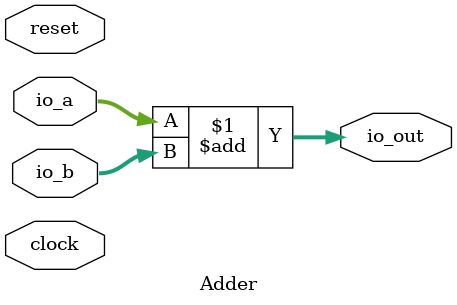
<source format=sv>
module Adder(
  input        clock,
  input        reset,
  input  [7:0] io_a,
  input  [7:0] io_b,
  output [7:0] io_out
);
  assign io_out = io_a + io_b; // @[Adder.scala 12:18]
endmodule

</source>
